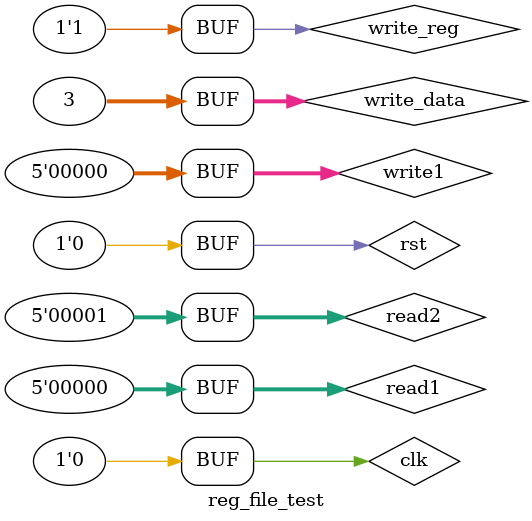
<source format=v>
`timescale 1ns/1ns  
module reg_file_test();
  
  reg [4:0] read1,read2,write1;
  reg [31:0] write_data;
  reg clk,rst,write_reg;
  wire [31:0] reg1,reg2;
  
  reg_file regf1(read1,read2,write_data,clk,write_reg,write1,rst,reg1,reg2);
  
  initial 
    begin
      
    $dumpfile("reg_file.vcd");
    $dumpvars(0);	
      clk= 1'b0;
      
      repeat(10)
      #5 clk= ~clk;
    end 
    
  initial
  
    begin
    rst=0;
    read1= 0;
    read2= 1;
    #2
    rst=1;
    #2
    rst=0;
    #1 
    
    write_data= 0;
    write_reg =1;
    write1=0;  
    #4
    write_data=3;
    write_reg=1;
    write1= 0;
    end   
    
endmodule        
</source>
